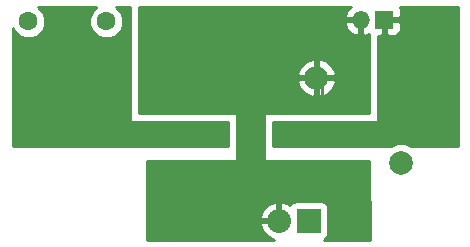
<source format=gbr>
G04 #@! TF.FileFunction,Copper,L2,Bot,Signal*
%FSLAX46Y46*%
G04 Gerber Fmt 4.6, Leading zero omitted, Abs format (unit mm)*
G04 Created by KiCad (PCBNEW 4.0.2-4+6225~38~ubuntu14.04.1-stable) date Sat 05 Mar 2016 02:02:49 PM PST*
%MOMM*%
G01*
G04 APERTURE LIST*
%ADD10C,0.100000*%
%ADD11C,1.600000*%
%ADD12R,2.032000X2.032000*%
%ADD13O,2.032000X2.032000*%
%ADD14R,1.500000X1.500000*%
%ADD15O,1.500000X1.500000*%
%ADD16C,1.998980*%
%ADD17C,0.685800*%
%ADD18C,0.254000*%
G04 APERTURE END LIST*
D10*
D11*
X138686000Y-81026000D03*
X145286000Y-81026000D03*
D12*
X162433000Y-97917000D03*
D13*
X159893000Y-97917000D03*
D14*
X168813900Y-80907000D03*
D15*
X166813900Y-80907000D03*
D16*
X163073500Y-85809200D03*
X170257705Y-92993405D03*
D17*
X157480000Y-98044000D03*
X155448000Y-98044000D03*
X153416000Y-98044000D03*
X150876000Y-98044000D03*
X150876000Y-96012000D03*
X153416000Y-96012000D03*
X153416000Y-94488000D03*
X155448000Y-94488000D03*
X157480000Y-89916000D03*
X157480000Y-91440000D03*
X157480000Y-92964000D03*
X155448000Y-96012000D03*
X157480000Y-96012000D03*
X157480000Y-94488000D03*
X166116000Y-85344000D03*
X163530700Y-88120600D03*
X164673700Y-84005800D03*
X163576000Y-81280000D03*
X161544000Y-81280000D03*
X161544000Y-83312000D03*
X160863700Y-84742400D03*
X161016100Y-87892000D03*
X159512000Y-87376000D03*
X159512000Y-85344000D03*
X159512000Y-83312000D03*
X159512000Y-81280000D03*
X157480000Y-81280000D03*
X157480000Y-83312000D03*
X157480000Y-85344000D03*
X157480000Y-87376000D03*
X155448000Y-87376000D03*
X152400000Y-86868000D03*
X155448000Y-85344000D03*
X155448000Y-83312000D03*
X155448000Y-81280000D03*
X153416000Y-81280000D03*
X153416000Y-83312000D03*
X153416000Y-85344000D03*
X151384000Y-85344000D03*
X151384000Y-83312000D03*
X151384000Y-81280000D03*
X149352000Y-81280000D03*
X149352000Y-83312000D03*
X149352000Y-85344000D03*
X153416000Y-91440000D03*
X146304000Y-89916000D03*
X147320000Y-91440000D03*
X148844000Y-89916000D03*
X150368000Y-91440000D03*
X151892000Y-89916000D03*
X172212000Y-90424000D03*
X170180000Y-90424000D03*
X167640000Y-90424000D03*
X165100000Y-90424000D03*
X162560000Y-90424000D03*
X169672000Y-84836000D03*
X171704000Y-84836000D03*
X171704000Y-82296000D03*
X171704000Y-80264000D03*
X174244000Y-80264000D03*
X174244000Y-82296000D03*
X174244000Y-84836000D03*
X174244000Y-86868000D03*
X172212000Y-86868000D03*
X172212000Y-88900000D03*
X174244000Y-88900000D03*
X174244000Y-90424000D03*
X160528000Y-90424000D03*
D18*
X157480000Y-98044000D02*
X155956000Y-98044000D01*
X155956000Y-98044000D02*
X155448000Y-98044000D01*
X153416000Y-98044000D02*
X150876000Y-98044000D01*
X150876000Y-96012000D02*
X153416000Y-96012000D01*
X153416000Y-94488000D02*
X155448000Y-94488000D01*
X157480000Y-91440000D02*
X157480000Y-89916000D01*
X155448000Y-96012000D02*
X157480000Y-96012000D01*
X157480000Y-94488000D02*
X157480000Y-92964000D01*
X163576000Y-85344000D02*
X163530700Y-88120600D01*
X163576000Y-81280000D02*
X164673700Y-84005800D01*
X161544000Y-83312000D02*
X161544000Y-81280000D01*
X161016100Y-87892000D02*
X160863700Y-84742400D01*
X159512000Y-85344000D02*
X159512000Y-87376000D01*
X159512000Y-81280000D02*
X159512000Y-83312000D01*
X157480000Y-83312000D02*
X157480000Y-81280000D01*
X157480000Y-87376000D02*
X157480000Y-85344000D01*
X152908000Y-87376000D02*
X155448000Y-87376000D01*
X152400000Y-86868000D02*
X152908000Y-87376000D01*
X155448000Y-83312000D02*
X155448000Y-85344000D01*
X153416000Y-81280000D02*
X155448000Y-81280000D01*
X153416000Y-85344000D02*
X153416000Y-83312000D01*
X151384000Y-83312000D02*
X151384000Y-85344000D01*
X149352000Y-81280000D02*
X151384000Y-81280000D01*
X149352000Y-85344000D02*
X149352000Y-83312000D01*
X146304000Y-89916000D02*
X147320000Y-90932000D01*
X147320000Y-90932000D02*
X147320000Y-91440000D01*
X148844000Y-89916000D02*
X150368000Y-91440000D01*
X153416000Y-91440000D02*
X151892000Y-89916000D01*
X172212000Y-90424000D02*
X170180000Y-90424000D01*
X167640000Y-90424000D02*
X165100000Y-90424000D01*
X162560000Y-90424000D02*
X160528000Y-90424000D01*
X169672000Y-84836000D02*
X171704000Y-84836000D01*
X171704000Y-82296000D02*
X171704000Y-80264000D01*
X174244000Y-80264000D02*
X174244000Y-82296000D01*
X174244000Y-84836000D02*
X174244000Y-86868000D01*
X172212000Y-86868000D02*
X172212000Y-88900000D01*
X174244000Y-88900000D02*
X174244000Y-90424000D01*
G36*
X144070176Y-80212077D02*
X143851250Y-80739309D01*
X143850752Y-81310187D01*
X144068757Y-81837800D01*
X144472077Y-82241824D01*
X144999309Y-82460750D01*
X145570187Y-82461248D01*
X146097800Y-82243243D01*
X146501824Y-81839923D01*
X146720750Y-81312691D01*
X146721248Y-80741813D01*
X146503243Y-80214200D01*
X146120711Y-79831000D01*
X147294600Y-79831000D01*
X147294600Y-89408000D01*
X147304606Y-89457410D01*
X147333047Y-89499035D01*
X147375441Y-89526315D01*
X147421600Y-89535000D01*
X155575000Y-89535000D01*
X155575000Y-91567000D01*
X137362000Y-91567000D01*
X137362000Y-81579428D01*
X137468757Y-81837800D01*
X137872077Y-82241824D01*
X138399309Y-82460750D01*
X138970187Y-82461248D01*
X139497800Y-82243243D01*
X139901824Y-81839923D01*
X140120750Y-81312691D01*
X140121248Y-80741813D01*
X139903243Y-80214200D01*
X139520711Y-79831000D01*
X144451918Y-79831000D01*
X144070176Y-80212077D01*
X144070176Y-80212077D01*
G37*
X144070176Y-80212077D02*
X143851250Y-80739309D01*
X143850752Y-81310187D01*
X144068757Y-81837800D01*
X144472077Y-82241824D01*
X144999309Y-82460750D01*
X145570187Y-82461248D01*
X146097800Y-82243243D01*
X146501824Y-81839923D01*
X146720750Y-81312691D01*
X146721248Y-80741813D01*
X146503243Y-80214200D01*
X146120711Y-79831000D01*
X147294600Y-79831000D01*
X147294600Y-89408000D01*
X147304606Y-89457410D01*
X147333047Y-89499035D01*
X147375441Y-89526315D01*
X147421600Y-89535000D01*
X155575000Y-89535000D01*
X155575000Y-91567000D01*
X137362000Y-91567000D01*
X137362000Y-81579428D01*
X137468757Y-81837800D01*
X137872077Y-82241824D01*
X138399309Y-82460750D01*
X138970187Y-82461248D01*
X139497800Y-82243243D01*
X139901824Y-81839923D01*
X140120750Y-81312691D01*
X140121248Y-80741813D01*
X139903243Y-80214200D01*
X139520711Y-79831000D01*
X144451918Y-79831000D01*
X144070176Y-80212077D01*
G36*
X165704317Y-80078098D02*
X165471572Y-80565813D01*
X165593475Y-80780000D01*
X166686900Y-80780000D01*
X166686900Y-80760000D01*
X166940900Y-80760000D01*
X166940900Y-80780000D01*
X166960900Y-80780000D01*
X166960900Y-81034000D01*
X166940900Y-81034000D01*
X166940900Y-82126656D01*
X167155085Y-82249318D01*
X167513000Y-82101076D01*
X167513000Y-88773000D01*
X158750000Y-88773000D01*
X158700590Y-88783006D01*
X158658965Y-88811447D01*
X158631685Y-88853841D01*
X158623000Y-88900000D01*
X158623000Y-92710000D01*
X158633006Y-92759410D01*
X158661447Y-92801035D01*
X158703841Y-92828315D01*
X158750000Y-92837000D01*
X167514388Y-92837000D01*
X167587797Y-99517200D01*
X163713785Y-99517200D01*
X163900441Y-99397090D01*
X164045431Y-99184890D01*
X164096440Y-98933000D01*
X164096440Y-96901000D01*
X164052162Y-96665683D01*
X163913090Y-96449559D01*
X163700890Y-96304569D01*
X163449000Y-96253560D01*
X161417000Y-96253560D01*
X161181683Y-96297838D01*
X160965559Y-96436910D01*
X160854160Y-96599948D01*
X160757818Y-96510615D01*
X160275944Y-96311025D01*
X160020000Y-96430164D01*
X160020000Y-97790000D01*
X160040000Y-97790000D01*
X160040000Y-98044000D01*
X160020000Y-98044000D01*
X160020000Y-98064000D01*
X159766000Y-98064000D01*
X159766000Y-98044000D01*
X158405633Y-98044000D01*
X158287017Y-98299946D01*
X158555812Y-98885379D01*
X159028182Y-99323385D01*
X159496113Y-99517200D01*
X148766412Y-99517200D01*
X148744620Y-97534054D01*
X158287017Y-97534054D01*
X158405633Y-97790000D01*
X159766000Y-97790000D01*
X159766000Y-96430164D01*
X159510056Y-96311025D01*
X159028182Y-96510615D01*
X158555812Y-96948621D01*
X158287017Y-97534054D01*
X148744620Y-97534054D01*
X148693003Y-92837000D01*
X156210000Y-92837000D01*
X156259410Y-92826994D01*
X156301035Y-92798553D01*
X156328315Y-92756159D01*
X156337000Y-92710000D01*
X156337000Y-88900000D01*
X156326994Y-88850590D01*
X156298553Y-88808965D01*
X156256159Y-88781685D01*
X156210000Y-88773000D01*
X148082000Y-88773000D01*
X148082000Y-86194578D01*
X161452159Y-86194578D01*
X161723054Y-86785703D01*
X162199542Y-87228164D01*
X162688122Y-87430541D01*
X162946500Y-87311604D01*
X162946500Y-85936200D01*
X163200500Y-85936200D01*
X163200500Y-87311604D01*
X163458878Y-87430541D01*
X164050003Y-87159646D01*
X164492464Y-86683158D01*
X164694841Y-86194578D01*
X164575904Y-85936200D01*
X163200500Y-85936200D01*
X162946500Y-85936200D01*
X161571096Y-85936200D01*
X161452159Y-86194578D01*
X148082000Y-86194578D01*
X148082000Y-85423822D01*
X161452159Y-85423822D01*
X161571096Y-85682200D01*
X162946500Y-85682200D01*
X162946500Y-84306796D01*
X163200500Y-84306796D01*
X163200500Y-85682200D01*
X164575904Y-85682200D01*
X164694841Y-85423822D01*
X164423946Y-84832697D01*
X163947458Y-84390236D01*
X163458878Y-84187859D01*
X163200500Y-84306796D01*
X162946500Y-84306796D01*
X162688122Y-84187859D01*
X162096997Y-84458754D01*
X161654536Y-84935242D01*
X161452159Y-85423822D01*
X148082000Y-85423822D01*
X148082000Y-81248187D01*
X165471572Y-81248187D01*
X165704317Y-81735902D01*
X166105986Y-82097425D01*
X166472715Y-82249318D01*
X166686900Y-82126656D01*
X166686900Y-81034000D01*
X165593475Y-81034000D01*
X165471572Y-81248187D01*
X148082000Y-81248187D01*
X148082000Y-79831000D01*
X165978854Y-79831000D01*
X165704317Y-80078098D01*
X165704317Y-80078098D01*
G37*
X165704317Y-80078098D02*
X165471572Y-80565813D01*
X165593475Y-80780000D01*
X166686900Y-80780000D01*
X166686900Y-80760000D01*
X166940900Y-80760000D01*
X166940900Y-80780000D01*
X166960900Y-80780000D01*
X166960900Y-81034000D01*
X166940900Y-81034000D01*
X166940900Y-82126656D01*
X167155085Y-82249318D01*
X167513000Y-82101076D01*
X167513000Y-88773000D01*
X158750000Y-88773000D01*
X158700590Y-88783006D01*
X158658965Y-88811447D01*
X158631685Y-88853841D01*
X158623000Y-88900000D01*
X158623000Y-92710000D01*
X158633006Y-92759410D01*
X158661447Y-92801035D01*
X158703841Y-92828315D01*
X158750000Y-92837000D01*
X167514388Y-92837000D01*
X167587797Y-99517200D01*
X163713785Y-99517200D01*
X163900441Y-99397090D01*
X164045431Y-99184890D01*
X164096440Y-98933000D01*
X164096440Y-96901000D01*
X164052162Y-96665683D01*
X163913090Y-96449559D01*
X163700890Y-96304569D01*
X163449000Y-96253560D01*
X161417000Y-96253560D01*
X161181683Y-96297838D01*
X160965559Y-96436910D01*
X160854160Y-96599948D01*
X160757818Y-96510615D01*
X160275944Y-96311025D01*
X160020000Y-96430164D01*
X160020000Y-97790000D01*
X160040000Y-97790000D01*
X160040000Y-98044000D01*
X160020000Y-98044000D01*
X160020000Y-98064000D01*
X159766000Y-98064000D01*
X159766000Y-98044000D01*
X158405633Y-98044000D01*
X158287017Y-98299946D01*
X158555812Y-98885379D01*
X159028182Y-99323385D01*
X159496113Y-99517200D01*
X148766412Y-99517200D01*
X148744620Y-97534054D01*
X158287017Y-97534054D01*
X158405633Y-97790000D01*
X159766000Y-97790000D01*
X159766000Y-96430164D01*
X159510056Y-96311025D01*
X159028182Y-96510615D01*
X158555812Y-96948621D01*
X158287017Y-97534054D01*
X148744620Y-97534054D01*
X148693003Y-92837000D01*
X156210000Y-92837000D01*
X156259410Y-92826994D01*
X156301035Y-92798553D01*
X156328315Y-92756159D01*
X156337000Y-92710000D01*
X156337000Y-88900000D01*
X156326994Y-88850590D01*
X156298553Y-88808965D01*
X156256159Y-88781685D01*
X156210000Y-88773000D01*
X148082000Y-88773000D01*
X148082000Y-86194578D01*
X161452159Y-86194578D01*
X161723054Y-86785703D01*
X162199542Y-87228164D01*
X162688122Y-87430541D01*
X162946500Y-87311604D01*
X162946500Y-85936200D01*
X163200500Y-85936200D01*
X163200500Y-87311604D01*
X163458878Y-87430541D01*
X164050003Y-87159646D01*
X164492464Y-86683158D01*
X164694841Y-86194578D01*
X164575904Y-85936200D01*
X163200500Y-85936200D01*
X162946500Y-85936200D01*
X161571096Y-85936200D01*
X161452159Y-86194578D01*
X148082000Y-86194578D01*
X148082000Y-85423822D01*
X161452159Y-85423822D01*
X161571096Y-85682200D01*
X162946500Y-85682200D01*
X162946500Y-84306796D01*
X163200500Y-84306796D01*
X163200500Y-85682200D01*
X164575904Y-85682200D01*
X164694841Y-85423822D01*
X164423946Y-84832697D01*
X163947458Y-84390236D01*
X163458878Y-84187859D01*
X163200500Y-84306796D01*
X162946500Y-84306796D01*
X162688122Y-84187859D01*
X162096997Y-84458754D01*
X161654536Y-84935242D01*
X161452159Y-85423822D01*
X148082000Y-85423822D01*
X148082000Y-81248187D01*
X165471572Y-81248187D01*
X165704317Y-81735902D01*
X166105986Y-82097425D01*
X166472715Y-82249318D01*
X166686900Y-82126656D01*
X166686900Y-81034000D01*
X165593475Y-81034000D01*
X165471572Y-81248187D01*
X148082000Y-81248187D01*
X148082000Y-79831000D01*
X165978854Y-79831000D01*
X165704317Y-80078098D01*
G36*
X175058000Y-91567000D02*
X171084693Y-91567000D01*
X170584252Y-91359199D01*
X169934011Y-91358631D01*
X169429719Y-91567000D01*
X159385000Y-91567000D01*
X159385000Y-89535000D01*
X168148000Y-89535000D01*
X168197410Y-89524994D01*
X168239035Y-89496553D01*
X168266315Y-89454159D01*
X168275000Y-89408000D01*
X168275000Y-82292000D01*
X168528150Y-82292000D01*
X168686900Y-82133250D01*
X168686900Y-81034000D01*
X168940900Y-81034000D01*
X168940900Y-82133250D01*
X169099650Y-82292000D01*
X169690210Y-82292000D01*
X169923599Y-82195327D01*
X170102227Y-82016698D01*
X170198900Y-81783309D01*
X170198900Y-81192750D01*
X170040150Y-81034000D01*
X168940900Y-81034000D01*
X168686900Y-81034000D01*
X168666900Y-81034000D01*
X168666900Y-80780000D01*
X168686900Y-80780000D01*
X168686900Y-80760000D01*
X168940900Y-80760000D01*
X168940900Y-80780000D01*
X170040150Y-80780000D01*
X170198900Y-80621250D01*
X170198900Y-80030691D01*
X170116185Y-79831000D01*
X175058000Y-79831000D01*
X175058000Y-91567000D01*
X175058000Y-91567000D01*
G37*
X175058000Y-91567000D02*
X171084693Y-91567000D01*
X170584252Y-91359199D01*
X169934011Y-91358631D01*
X169429719Y-91567000D01*
X159385000Y-91567000D01*
X159385000Y-89535000D01*
X168148000Y-89535000D01*
X168197410Y-89524994D01*
X168239035Y-89496553D01*
X168266315Y-89454159D01*
X168275000Y-89408000D01*
X168275000Y-82292000D01*
X168528150Y-82292000D01*
X168686900Y-82133250D01*
X168686900Y-81034000D01*
X168940900Y-81034000D01*
X168940900Y-82133250D01*
X169099650Y-82292000D01*
X169690210Y-82292000D01*
X169923599Y-82195327D01*
X170102227Y-82016698D01*
X170198900Y-81783309D01*
X170198900Y-81192750D01*
X170040150Y-81034000D01*
X168940900Y-81034000D01*
X168686900Y-81034000D01*
X168666900Y-81034000D01*
X168666900Y-80780000D01*
X168686900Y-80780000D01*
X168686900Y-80760000D01*
X168940900Y-80760000D01*
X168940900Y-80780000D01*
X170040150Y-80780000D01*
X170198900Y-80621250D01*
X170198900Y-80030691D01*
X170116185Y-79831000D01*
X175058000Y-79831000D01*
X175058000Y-91567000D01*
M02*

</source>
